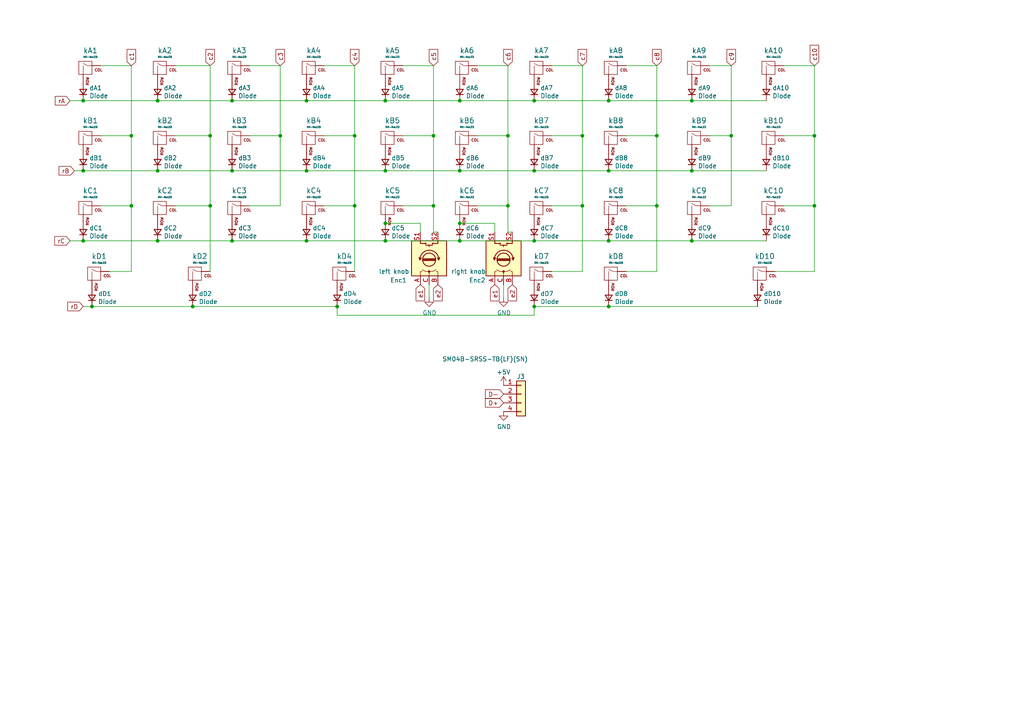
<source format=kicad_sch>
(kicad_sch (version 20230121) (generator eeschema)
  (paper "A4")
  (junction (at 446.405 149.86))
  (junction (at 400.685 71.12))
  (junction (at 212.09 39.37))
  (junction (at 67.31 29.21))
  (junction (at 419.735 160.02))
  (junction (at 446.405 12.7))
  (junction (at 154.94 49.53))
  (junction (at 437.515 149.86))
  (junction (at 24.13 49.53))
  (junction (at 236.22 59.69))
  (junction (at 45.72 49.53))
  (junction (at 97.79 88.9))
  (junction (at 518.795 104.14))
  (junction (at 168.91 39.37))
  (junction (at 487.045 81.28))
  (junction (at 428.625 160.02))
  (junction (at 111.76 64.77))
  (junction (at 347.345 87.63))
  (junction (at 45.72 69.85))
  (junction (at 88.9 69.85))
  (junction (at 147.32 39.37))
  (junction (at 176.53 49.53))
  (junction (at 428.625 149.86))
  (junction (at 102.87 59.69))
  (junction (at 437.515 160.02))
  (junction (at 432.435 12.7))
  (junction (at 154.94 69.85))
  (junction (at 386.715 71.12))
  (junction (at 419.735 149.86))
  (junction (at 45.72 29.21))
  (junction (at 133.35 49.53))
  (junction (at 111.76 49.53))
  (junction (at 236.22 39.37))
  (junction (at 125.73 59.69))
  (junction (at 394.335 81.28))
  (junction (at 55.88 88.9))
  (junction (at 443.865 12.7))
  (junction (at 532.765 93.98))
  (junction (at 386.715 81.28))
  (junction (at 460.375 12.7))
  (junction (at 446.405 160.02))
  (junction (at 532.765 118.11))
  (junction (at 200.66 49.53))
  (junction (at 335.915 101.6))
  (junction (at 200.66 29.21))
  (junction (at 125.73 39.37))
  (junction (at 133.35 29.21))
  (junction (at 321.945 90.17))
  (junction (at 60.96 59.69))
  (junction (at 24.13 29.21))
  (junction (at 390.525 149.86))
  (junction (at 88.9 29.21))
  (junction (at 451.485 12.7))
  (junction (at 24.13 69.85))
  (junction (at 67.31 69.85))
  (junction (at 133.35 64.77))
  (junction (at 111.76 69.85))
  (junction (at 390.525 160.02))
  (junction (at 168.91 59.69))
  (junction (at 448.945 12.7))
  (junction (at 88.9 49.53))
  (junction (at 154.94 88.9))
  (junction (at 38.1 39.37))
  (junction (at 441.325 12.7))
  (junction (at 344.17 146.685))
  (junction (at 190.5 39.37))
  (junction (at 81.28 39.37))
  (junction (at 26.67 88.9))
  (junction (at 102.87 39.37))
  (junction (at 200.66 69.85))
  (junction (at 67.31 49.53))
  (junction (at 344.17 159.385))
  (junction (at 410.845 149.86))
  (junction (at 176.53 88.9))
  (junction (at 60.96 39.37))
  (junction (at 133.35 69.85))
  (junction (at 410.845 160.02))
  (junction (at 147.32 59.69))
  (junction (at 443.865 119.38))
  (junction (at 328.93 147.32))
  (junction (at 154.94 29.21))
  (junction (at 321.945 87.63))
  (junction (at 190.5 59.69))
  (junction (at 176.53 29.21))
  (junction (at 38.1 59.69))
  (junction (at 176.53 69.85))
  (junction (at 111.76 29.21))
  (no_connect (at 471.805 60.96))
  (no_connect (at 415.925 95.25))
  (no_connect (at 415.925 92.71))
  (no_connect (at 471.805 78.74))
  (no_connect (at 471.805 93.98))
  (no_connect (at -24.13 93.98))
  (no_connect (at 471.805 58.42))
  (wire (pts (xy 353.06 149.225) (xy 351.79 149.225)))
  (wire (pts (xy 419.735 160.02) (xy 428.625 160.02)))
  (wire (pts (xy 81.28 39.37) (xy 81.28 59.69)))
  (wire (pts (xy 321.945 90.17) (xy 328.295 90.17)))
  (wire (pts (xy 45.72 29.21) (xy 67.31 29.21)))
  (polyline (pts (xy 568.325 133.35) (xy 568.325 78.74)))
  (wire (pts (xy 471.805 71.12) (xy 481.33 71.12)))
  (wire (pts (xy 121.92 64.77) (xy 121.92 67.31)))
  (wire (pts (xy 471.805 104.14) (xy 481.33 104.14)))
  (wire (pts (xy 371.475 158.75) (xy 371.475 161.29)))
  (wire (pts (xy 464.185 15.24) (xy 464.185 12.7)))
  (wire (pts (xy 382.905 78.74) (xy 386.715 81.28)))
  (wire (pts (xy 335.28 135.255) (xy 344.17 135.255)))
  (wire (pts (xy 31.75 78.74) (xy 38.1 78.74)))
  (wire (pts (xy 399.415 158.75) (xy 399.415 160.02)))
  (wire (pts (xy 328.93 137.16) (xy 328.93 138.43)))
  (wire (pts (xy 38.1 19.05) (xy 38.1 39.37)))
  (wire (pts (xy 45.72 69.85) (xy 67.31 69.85)))
  (wire (pts (xy 205.74 39.37) (xy 212.09 39.37)))
  (wire (pts (xy 181.61 78.74) (xy 190.5 78.74)))
  (wire (pts (xy 344.17 146.685) (xy 353.06 146.685)))
  (wire (pts (xy 38.1 39.37) (xy 38.1 59.69)))
  (wire (pts (xy 556.895 101.6) (xy 545.465 101.6)))
  (wire (pts (xy 471.805 101.6) (xy 481.33 101.6)))
  (wire (pts (xy 518.795 102.87) (xy 518.795 104.14)))
  (wire (pts (xy 443.865 116.84) (xy 443.865 119.38)))
  (wire (pts (xy 487.045 72.39) (xy 488.95 72.39)))
  (wire (pts (xy 111.76 29.21) (xy 133.35 29.21)))
  (wire (pts (xy 471.805 50.8) (xy 481.33 50.8)))
  (wire (pts (xy 133.35 49.53) (xy 154.94 49.53)))
  (wire (pts (xy 390.525 148.59) (xy 390.525 149.86)))
  (wire (pts (xy 168.91 19.05) (xy 168.91 39.37)))
  (wire (pts (xy 147.32 59.69) (xy 147.32 67.31)))
  (wire (pts (xy 455.295 151.13) (xy 455.295 149.86)))
  (wire (pts (xy 20.32 69.85) (xy 24.13 69.85)))
  (wire (pts (xy 111.76 64.77) (xy 121.92 64.77)))
  (wire (pts (xy 176.53 49.53) (xy 200.66 49.53)))
  (wire (pts (xy 535.305 116.84) (xy 535.305 118.11)))
  (wire (pts (xy 154.94 49.53) (xy 176.53 49.53)))
  (wire (pts (xy 414.655 119.38) (xy 443.865 119.38)))
  (wire (pts (xy 427.355 12.7) (xy 432.435 12.7)))
  (wire (pts (xy 410.845 149.86) (xy 419.735 149.86)))
  (wire (pts (xy 154.94 29.21) (xy 176.53 29.21)))
  (wire (pts (xy 50.8 19.05) (xy 60.96 19.05)))
  (wire (pts (xy 67.31 29.21) (xy 88.9 29.21)))
  (wire (pts (xy 55.88 88.9) (xy 97.79 88.9)))
  (polyline (pts (xy 493.395 -5.08) (xy 375.285 -5.08)))
  (wire (pts (xy 154.94 88.9) (xy 176.53 88.9)))
  (wire (pts (xy 487.045 89.535) (xy 487.045 90.805)))
  (wire (pts (xy 471.805 96.52) (xy 478.79 96.52)))
  (wire (pts (xy 313.69 134.62) (xy 313.69 143.51)))
  (wire (pts (xy 471.805 45.72) (xy 481.33 45.72)))
  (wire (pts (xy 446.405 149.86) (xy 455.295 149.86)))
  (wire (pts (xy 386.715 72.39) (xy 386.715 71.12)))
  (wire (pts (xy 414.655 102.87) (xy 415.925 102.87)))
  (wire (pts (xy 400.685 71.12) (xy 400.685 72.39)))
  (wire (pts (xy 111.76 49.53) (xy 133.35 49.53)))
  (wire (pts (xy 400.685 40.64) (xy 415.925 40.64)))
  (wire (pts (xy 328.93 147.32) (xy 328.93 148.59)))
  (wire (pts (xy 446.405 149.86) (xy 446.405 151.13)))
  (wire (pts (xy 471.805 33.02) (xy 481.33 33.02)))
  (wire (pts (xy 390.525 158.75) (xy 390.525 160.02)))
  (wire (pts (xy 410.845 149.86) (xy 410.845 151.13)))
  (wire (pts (xy 432.435 12.7) (xy 434.975 12.7)))
  (wire (pts (xy 227.33 59.69) (xy 236.22 59.69)))
  (wire (pts (xy 471.805 35.56) (xy 481.33 35.56)))
  (wire (pts (xy 410.845 158.75) (xy 410.845 160.02)))
  (wire (pts (xy 471.805 55.88) (xy 481.33 55.88)))
  (wire (pts (xy 328.93 158.75) (xy 328.93 161.29)))
  (wire (pts (xy 386.715 63.5) (xy 415.925 63.5)))
  (wire (pts (xy 335.915 97.79) (xy 335.915 101.6)))
  (wire (pts (xy 200.66 29.21) (xy 222.25 29.21)))
  (wire (pts (xy 400.685 55.88) (xy 405.765 55.88)))
  (polyline (pts (xy 306.705 125.73) (xy 306.705 168.91)))
  (wire (pts (xy 344.17 135.255) (xy 344.17 137.795)))
  (wire (pts (xy 434.975 15.24) (xy 434.975 12.7)))
  (wire (pts (xy 224.79 78.74) (xy 236.22 78.74)))
  (wire (pts (xy 532.765 92.71) (xy 532.765 93.98)))
  (wire (pts (xy 394.335 81.28) (xy 394.335 82.55)))
  (wire (pts (xy 390.525 149.86) (xy 390.525 151.13)))
  (wire (pts (xy 111.76 69.85) (xy 133.35 69.85)))
  (wire (pts (xy 471.805 43.18) (xy 481.33 43.18)))
  (wire (pts (xy 471.805 68.58) (xy 481.33 68.58)))
  (wire (pts (xy 413.385 68.58) (xy 415.925 68.58)))
  (wire (pts (xy 160.02 39.37) (xy 168.91 39.37)))
  (wire (pts (xy 45.72 49.53) (xy 67.31 49.53)))
  (wire (pts (xy 460.375 12.7) (xy 460.375 15.24)))
  (wire (pts (xy 471.805 81.28) (xy 487.045 81.28)))
  (wire (pts (xy 400.685 38.1) (xy 415.925 38.1)))
  (wire (pts (xy 147.32 39.37) (xy 147.32 59.69)))
  (wire (pts (xy 471.805 48.26) (xy 481.33 48.26)))
  (wire (pts (xy 437.515 160.02) (xy 446.405 160.02)))
  (wire (pts (xy 471.805 73.66) (xy 480.695 73.66)))
  (wire (pts (xy 181.61 19.05) (xy 190.5 19.05)))
  (wire (pts (xy 125.73 67.31) (xy 127 67.31)))
  (wire (pts (xy 398.145 71.12) (xy 400.685 71.12)))
  (wire (pts (xy 443.865 12.7) (xy 443.865 15.24)))
  (wire (pts (xy 441.325 11.43) (xy 441.325 12.7)))
  (wire (pts (xy 386.715 71.12) (xy 386.715 63.5)))
  (wire (pts (xy 446.405 160.02) (xy 455.295 160.02)))
  (wire (pts (xy 320.04 147.32) (xy 328.93 147.32)))
  (polyline (pts (xy 361.315 168.91) (xy 361.315 125.73)))
  (wire (pts (xy 407.67 81.28) (xy 415.925 81.28)))
  (wire (pts (xy 347.345 83.82) (xy 347.345 87.63)))
  (wire (pts (xy 428.625 158.75) (xy 428.625 160.02)))
  (wire (pts (xy 487.045 81.28) (xy 487.045 81.915)))
  (wire (pts (xy 168.91 59.69) (xy 168.91 78.74)))
  (wire (pts (xy 471.805 109.22) (xy 481.33 109.22)))
  (wire (pts (xy 443.865 12.7) (xy 446.405 12.7)))
  (wire (pts (xy 344.17 158.115) (xy 344.17 159.385)))
  (wire (pts (xy 518.795 93.98) (xy 532.765 93.98)))
  (polyline (pts (xy 370.205 71.12) (xy 370.205 118.11)))
  (wire (pts (xy 413.385 58.42) (xy 415.925 58.42)))
  (wire (pts (xy 321.945 90.17) (xy 321.945 92.71)))
  (wire (pts (xy 399.415 151.13) (xy 399.415 149.86)))
  (wire (pts (xy 176.53 88.9) (xy 219.71 88.9)))
  (wire (pts (xy 518.795 95.25) (xy 518.795 93.98)))
  (wire (pts (xy 138.43 59.69) (xy 147.32 59.69)))
  (wire (pts (xy 72.39 59.69) (xy 81.28 59.69)))
  (wire (pts (xy 181.61 59.69) (xy 190.5 59.69)))
  (wire (pts (xy 143.51 64.77) (xy 143.51 67.31)))
  (wire (pts (xy 556.895 104.14) (xy 545.465 104.14)))
  (polyline (pts (xy 306.705 168.91) (xy 361.315 168.91)))
  (wire (pts (xy 471.805 40.64) (xy 481.33 40.64)))
  (wire (pts (xy 471.805 106.68) (xy 481.33 106.68)))
  (wire (pts (xy 313.69 160.02) (xy 313.69 161.29)))
  (wire (pts (xy 160.02 59.69) (xy 168.91 59.69)))
  (wire (pts (xy 394.335 76.2) (xy 394.335 81.28)))
  (wire (pts (xy 471.805 38.1) (xy 481.33 38.1)))
  (wire (pts (xy 386.715 71.12) (xy 390.525 71.12)))
  (wire (pts (xy 400.685 81.28) (xy 400.685 80.01)))
  (wire (pts (xy 93.98 39.37) (xy 102.87 39.37)))
  (wire (pts (xy 454.025 15.24) (xy 454.025 12.7)))
  (wire (pts (xy 400.685 43.18) (xy 415.925 43.18)))
  (wire (pts (xy 313.69 151.13) (xy 313.69 152.4)))
  (wire (pts (xy 29.21 59.69) (xy 38.1 59.69)))
  (wire (pts (xy 124.46 82.55) (xy 124.46 86.36)))
  (wire (pts (xy 343.535 87.63) (xy 347.345 87.63)))
  (wire (pts (xy 125.73 19.05) (xy 125.73 39.37)))
  (wire (pts (xy 386.715 80.01) (xy 386.715 81.28)))
  (wire (pts (xy 448.945 12.7) (xy 451.485 12.7)))
  (wire (pts (xy 488.95 72.39) (xy 488.95 71.12)))
  (wire (pts (xy 432.435 11.43) (xy 432.435 12.7)))
  (wire (pts (xy 133.35 69.85) (xy 154.94 69.85)))
  (polyline (pts (xy 366.395 140.97) (xy 461.645 140.97)))
  (wire (pts (xy 400.685 58.42) (xy 405.765 58.42)))
  (wire (pts (xy 29.21 39.37) (xy 38.1 39.37)))
  (wire (pts (xy 414.655 102.87) (xy 414.655 119.38)))
  (wire (pts (xy 386.715 81.28) (xy 394.335 81.28)))
  (wire (pts (xy 351.79 159.385) (xy 344.17 159.385)))
  (wire (pts (xy 437.515 158.75) (xy 437.515 160.02)))
  (wire (pts (xy 347.345 87.63) (xy 347.345 92.71)))
  (wire (pts (xy 423.545 11.43) (xy 423.545 15.24)))
  (wire (pts (xy 400.685 45.72) (xy 415.925 45.72)))
  (wire (pts (xy 88.9 69.85) (xy 111.76 69.85)))
  (wire (pts (xy 394.335 66.04) (xy 394.335 64.77)))
  (wire (pts (xy 133.35 64.77) (xy 143.51 64.77)))
  (wire (pts (xy 390.525 160.02) (xy 390.525 161.29)))
  (wire (pts (xy 138.43 19.05) (xy 147.32 19.05)))
  (wire (pts (xy 556.895 111.76) (xy 545.465 111.76)))
  (wire (pts (xy 20.32 29.21) (xy 24.13 29.21)))
  (wire (pts (xy 60.96 39.37) (xy 60.96 59.69)))
  (polyline (pts (xy 306.705 71.12) (xy 370.205 71.12)))
  (wire (pts (xy 405.765 68.58) (xy 400.685 68.58)))
  (wire (pts (xy 428.625 149.86) (xy 437.515 149.86)))
  (wire (pts (xy 471.805 86.36) (xy 480.695 86.36)))
  (wire (pts (xy 351.79 149.225) (xy 351.79 159.385)))
  (wire (pts (xy 67.31 49.53) (xy 88.9 49.53)))
  (wire (pts (xy 227.33 19.05) (xy 236.22 19.05)))
  (wire (pts (xy 38.1 59.69) (xy 38.1 78.74)))
  (wire (pts (xy 441.325 12.7) (xy 443.865 12.7)))
  (polyline (pts (xy 498.475 78.74) (xy 498.475 133.35)))
  (wire (pts (xy 347.345 100.33) (xy 347.345 101.6)))
  (wire (pts (xy 419.735 158.75) (xy 419.735 160.02)))
  (wire (pts (xy 50.8 59.69) (xy 60.96 59.69)))
  (wire (pts (xy 390.525 149.86) (xy 399.415 149.86)))
  (wire (pts (xy 212.09 39.37) (xy 212.09 19.05)))
  (polyline (pts (xy 498.475 133.35) (xy 568.325 133.35)))
  (wire (pts (xy 451.485 12.7) (xy 454.025 12.7)))
  (wire (pts (xy 102.87 39.37) (xy 102.87 59.69)))
  (wire (pts (xy 394.335 64.77) (xy 382.905 64.77)))
  (wire (pts (xy 102.87 19.05) (xy 102.87 39.37)))
  (wire (pts (xy 205.74 59.69) (xy 212.09 59.69)))
  (wire (pts (xy 328.93 146.05) (xy 328.93 147.32)))
  (polyline (pts (xy 370.205 118.11) (xy 306.705 118.11)))
  (wire (pts (xy 400.685 34.29) (xy 415.925 34.29)))
  (wire (pts (xy 321.945 87.63) (xy 328.295 87.63)))
  (wire (pts (xy 93.98 19.05) (xy 102.87 19.05)))
  (wire (pts (xy 487.045 80.645) (xy 487.045 81.28)))
  (wire (pts (xy 236.22 39.37) (xy 236.22 59.69)))
  (wire (pts (xy 60.96 19.05) (xy 60.96 39.37)))
  (wire (pts (xy 321.945 101.6) (xy 335.915 101.6)))
  (wire (pts (xy 190.5 19.05) (xy 190.5 39.37)))
  (wire (pts (xy 93.98 59.69) (xy 102.87 59.69)))
  (wire (pts (xy 125.73 39.37) (xy 125.73 59.69)))
  (wire (pts (xy 471.805 83.82) (xy 480.695 83.82)))
  (wire (pts (xy 81.28 19.05) (xy 81.28 39.37)))
  (wire (pts (xy 471.805 91.44) (xy 480.695 91.44)))
  (wire (pts (xy 72.39 39.37) (xy 81.28 39.37)))
  (wire (pts (xy 97.79 88.9) (xy 97.79 91.44)))
  (wire (pts (xy 321.945 87.63) (xy 321.945 90.17)))
  (wire (pts (xy 437.515 149.86) (xy 437.515 151.13)))
  (wire (pts (xy 116.84 19.05) (xy 125.73 19.05)))
  (wire (pts (xy 556.895 109.22) (xy 545.465 109.22)))
  (wire (pts (xy 382.905 64.77) (xy 382.905 78.74)))
  (wire (pts (xy 176.53 69.85) (xy 200.66 69.85)))
  (polyline (pts (xy 375.285 133.35) (xy 493.395 133.35)))
  (wire (pts (xy 50.8 39.37) (xy 60.96 39.37)))
  (wire (pts (xy 116.84 39.37) (xy 125.73 39.37)))
  (wire (pts (xy 344.17 145.415) (xy 344.17 146.685)))
  (wire (pts (xy 205.74 19.05) (xy 212.09 19.05)))
  (wire (pts (xy 236.22 19.05) (xy 236.22 39.37)))
  (polyline (pts (xy 306.705 118.11) (xy 306.705 71.12)))
  (wire (pts (xy 29.21 19.05) (xy 38.1 19.05)))
  (wire (pts (xy 88.9 29.21) (xy 111.76 29.21)))
  (wire (pts (xy 88.9 49.53) (xy 111.76 49.53)))
  (wire (pts (xy 125.73 59.69) (xy 125.73 67.31)))
  (wire (pts (xy 410.845 160.02) (xy 410.845 161.29)))
  (polyline (pts (xy 568.325 78.74) (xy 498.475 78.74)))
  (wire (pts (xy 176.53 29.21) (xy 200.66 29.21)))
  (wire (pts (xy 507.365 104.14) (xy 518.795 104.14)))
  (wire (pts (xy 448.945 12.7) (xy 448.945 15.24)))
  (wire (pts (xy 460.375 11.43) (xy 460.375 12.7)))
  (wire (pts (xy 380.365 148.59) (xy 380.365 151.13)))
  (wire (pts (xy 116.84 59.69) (xy 125.73 59.69)))
  (wire (pts (xy 428.625 160.02) (xy 437.515 160.02)))
  (polyline (pts (xy 366.395 140.97) (xy 366.395 168.91)))
  (wire (pts (xy 133.35 29.21) (xy 154.94 29.21)))
  (wire (pts (xy 147.32 19.05) (xy 147.32 39.37)))
  (wire (pts (xy 371.475 148.59) (xy 371.475 151.13)))
  (polyline (pts (xy 493.395 133.35) (xy 493.395 -5.08)))
  (wire (pts (xy 190.5 39.37) (xy 190.5 59.69)))
  (wire (pts (xy 427.355 15.24) (xy 427.355 12.7)))
  (wire (pts (xy 451.485 12.7) (xy 451.485 15.24)))
  (wire (pts (xy 446.405 12.7) (xy 448.945 12.7)))
  (wire (pts (xy 24.13 49.53) (xy 45.72 49.53)))
  (wire (pts (xy 443.865 119.38) (xy 443.865 120.65)))
  (wire (pts (xy 344.17 159.385) (xy 344.17 160.655)))
  (wire (pts (xy 160.02 19.05) (xy 168.91 19.05)))
  (wire (pts (xy 419.735 149.86) (xy 419.735 151.13)))
  (wire (pts (xy 227.33 39.37) (xy 236.22 39.37)))
  (wire (pts (xy 60.96 59.69) (xy 60.96 78.74)))
  (wire (pts (xy 471.805 76.2) (xy 480.695 76.2)))
  (wire (pts (xy 236.22 59.69) (xy 236.22 78.74)))
  (wire (pts (xy 67.31 69.85) (xy 88.9 69.85)))
  (wire (pts (xy 200.66 69.85) (xy 222.25 69.85)))
  (wire (pts (xy 212.09 59.69) (xy 212.09 39.37)))
  (wire (pts (xy 471.805 53.34) (xy 481.33 53.34)))
  (wire (pts (xy 532.765 116.84) (xy 532.765 118.11)))
  (wire (pts (xy 24.13 69.85) (xy 45.72 69.85)))
  (wire (pts (xy 154.94 69.85) (xy 176.53 69.85)))
  (wire (pts (xy 487.045 72.39) (xy 487.045 73.025)))
  (wire (pts (xy 419.735 149.86) (xy 428.625 149.86)))
  (wire (pts (xy 380.365 158.75) (xy 380.365 161.29)))
  (wire (pts (xy 432.435 12.7) (xy 432.435 15.24)))
  (wire (pts (xy 437.515 149.86) (xy 446.405 149.86)))
  (wire (pts (xy 410.845 148.59) (xy 410.845 149.86)))
  (wire (pts (xy 190.5 59.69) (xy 190.5 78.74)))
  (wire (pts (xy 446.405 158.75) (xy 446.405 160.02)))
  (wire (pts (xy 146.05 82.55) (xy 146.05 86.36)))
  (polyline (pts (xy 306.705 125.73) (xy 361.315 125.73)))
  (wire (pts (xy 26.67 88.9) (xy 55.88 88.9)))
  (wire (pts (xy 532.765 93.98) (xy 532.765 96.52)))
  (wire (pts (xy 446.405 12.7) (xy 446.405 15.24)))
  (wire (pts (xy 400.685 68.58) (xy 400.685 71.12)))
  (polyline (pts (xy 461.645 168.91) (xy 461.645 140.97)))
  (wire (pts (xy 147.32 67.31) (xy 148.59 67.31)))
  (wire (pts (xy 441.325 12.7) (xy 441.325 15.24)))
  (wire (pts (xy 390.525 160.02) (xy 399.415 160.02)))
  (wire (pts (xy 72.39 19.05) (xy 81.28 19.05)))
  (wire (pts (xy 97.79 91.44) (xy 154.94 91.44)))
  (wire (pts (xy 321.945 83.82) (xy 321.945 87.63)))
  (wire (pts (xy 344.17 146.685) (xy 344.17 147.955)))
  (wire (pts (xy 335.915 101.6) (xy 347.345 101.6)))
  (wire (pts (xy 21.59 49.53) (xy 24.13 49.53)))
  (wire (pts (xy 138.43 39.37) (xy 147.32 39.37)))
  (wire (pts (xy 200.66 49.53) (xy 222.25 49.53)))
  (wire (pts (xy 532.765 118.11) (xy 535.305 118.11)))
  (wire (pts (xy 518.795 104.14) (xy 520.065 104.14)))
  (wire (pts (xy 394.335 81.28) (xy 400.685 81.28)))
  (wire (pts (xy 460.375 12.7) (xy 464.185 12.7)))
  (wire (pts (xy 154.94 91.44) (xy 154.94 88.9)))
  (wire (pts (xy 24.13 29.21) (xy 45.72 29.21)))
  (wire (pts (xy 335.915 101.6) (xy 335.915 102.87)))
  (wire (pts (xy 532.765 118.11) (xy 532.765 119.38)))
  (wire (pts (xy 410.845 160.02) (xy 419.735 160.02)))
  (wire (pts (xy 400.685 49.53) (xy 415.925 49.53)))
  (polyline (pts (xy 366.395 168.91) (xy 461.645 168.91)))
  (wire (pts (xy 321.945 100.33) (xy 321.945 101.6)))
  (wire (pts (xy 160.02 78.74) (xy 168.91 78.74)))
  (wire (pts (xy 181.61 39.37) (xy 190.5 39.37)))
  (wire (pts (xy 24.13 88.9) (xy 26.67 88.9)))
  (wire (pts (xy 507.365 109.22) (xy 520.065 109.22)))
  (wire (pts (xy 428.625 149.86) (xy 428.625 151.13)))
  (wire (pts (xy 471.805 63.5) (xy 481.33 63.5)))
  (polyline (pts (xy 375.285 -5.08) (xy 375.285 133.35)))
  (wire (pts (xy 455.295 158.75) (xy 455.295 160.02)))
  (wire (pts (xy 102.87 59.69) (xy 102.87 78.74)))
  (wire (pts (xy 471.805 88.9) (xy 480.695 88.9)))
  (wire (pts (xy 471.805 66.04) (xy 481.33 66.04)))
  (wire (pts (xy 168.91 39.37) (xy 168.91 59.69)))
  (wire (pts (xy 413.385 55.88) (xy 415.925 55.88)))
  (text "Voltage regulation" (at 306.705 71.12 0) (effects (font (size 1.778 1.778) (thickness 0.3556) bold) (justify left bottom)))
  (text "Decoupling" (at 366.395 140.97 0) (effects (font (size 1.778 1.778) (thickness 0.3556) bold) (justify left bottom)))
  (text "Flash memory" (at 498.475 78.74 0) (effects (font (size 1.778 1.778) (thickness 0.3556) bold) (justify left bottom)))
  (text "MCU" (at 375.285 -5.08 0) (effects (font (size 1.778 1.778) (thickness 0.3556) bold) (justify left bottom)))
  (text "Indicator & buttons" (at 306.705 125.73 0) (effects (font (size 1.778 1.778) (thickness 0.3556) bold) (justify left bottom)))
  (label "QSPI_D2" (at 400.685 43.18 0))
  (label "D-" (at 400.685 58.42 0))
  (label "QSPI_~{CS}" (at 335.28 135.255 0))
  (label "QSPI_SCLK" (at 507.365 109.22 0))
  (label "LED" (at 480.695 76.2 180))
  (label "MISO" (at 480.695 83.82 180))
  (label "~{RESET}" (at 320.04 147.32 0))
  (label "QSPI_~{CS}" (at 400.685 34.29 0))
  (label "SCLK" (at 480.695 88.9 180))
  (label "QSPI_D3" (at 556.895 111.76 180))
  (label "QSPI_D0" (at 556.895 101.6 180))
  (label "QSPI_D3" (at 400.685 45.72 0))
  (label "D14" (at 480.695 68.58 180))
  (label "QSPI_D1" (at 400.685 40.64 0))
  (label "QSPI_D1" (at 556.895 104.14 180))
  (label "QSPI_D2" (at 556.895 109.22 180))
  (label "QSPI_~{CS}" (at 507.365 104.14 0))
  (label "MOSI" (at 480.695 91.44 180))
  (label "VBUS_DET" (at 484.505 81.28 180))
  (label "~{RESET}" (at 407.67 81.28 0))
  (label "D21" (at 480.695 86.36 180))
  (label "QSPI_D0" (at 400.685 38.1 0))
  (label "LED" (at 313.69 134.62 270))
  (label "D16" (at 480.695 73.66 180))
  (label "D+" (at 400.685 55.88 0))
  (label "QSPI_SCLK" (at 400.685 49.53 0))
  (global_label "rC" (shape input) (at 20.32 69.85 180) (property "Intersheetrefs" "${INTERSHEET_REFS}" (effects hide)))
  (global_label "c4" (shape input) (at 481.33 106.68 0) (property "Intersheetrefs" "${INTERSHEET_REFS}" (effects hide)))
  (global_label "e2" (shape input) (at 148.59 82.55 270) (property "Intersheetrefs" "${INTERSHEET_REFS}" (effects hide)))
  (global_label "c3" (shape input) (at 81.28 19.05 90) (property "Intersheetrefs" "${INTERSHEET_REFS}" (effects hide)))
  (global_label "c9" (shape input) (at 481.33 38.1 0) (property "Intersheetrefs" "${INTERSHEET_REFS}" (effects hide)))
  (global_label "c4" (shape input) (at 102.87 19.05 90) (property "Intersheetrefs" "${INTERSHEET_REFS}" (effects hide)))
  (global_label "c7" (shape input) (at 168.91 19.05 90) (property "Intersheetrefs" "${INTERSHEET_REFS}" (effects hide)))
  (global_label "e1" (shape input) (at 121.92 82.55 270) (property "Intersheetrefs" "${INTERSHEET_REFS}" (effects hide)))
  (global_label "D-" (shape input) (at 146.05 114.3 180) (property "Intersheetrefs" "${INTERSHEET_REFS}" (effects hide)))
  (global_label "rD" (shape input) (at 24.13 88.9 180) (property "Intersheetrefs" "${INTERSHEET_REFS}" (effects hide)))
  (global_label "rB" (shape input) (at 21.59 49.53 180) (property "Intersheetrefs" "${INTERSHEET_REFS}" (effects hide)))
  (global_label "c5" (shape input) (at 125.73 19.05 90) (property "Intersheetrefs" "${INTERSHEET_REFS}" (effects hide)))
  (global_label "c1" (shape input) (at 478.79 96.52 0) (property "Intersheetrefs" "${INTERSHEET_REFS}" (effects hide)))
  (global_label "c5" (shape input) (at 481.33 109.22 0) (property "Intersheetrefs" "${INTERSHEET_REFS}" (effects hide)))
  (global_label "c7" (shape input) (at 481.33 33.02 0) (property "Intersheetrefs" "${INTERSHEET_REFS}" (effects hide)))
  (global_label "rA" (shape input) (at 20.32 29.21 180) (property "Intersheetrefs" "${INTERSHEET_REFS}" (effects hide)))
  (global_label "c2" (shape input) (at 60.96 19.05 90) (property "Intersheetrefs" "${INTERSHEET_REFS}" (effects hide)))
  (global_label "rD" (shape input) (at 481.33 50.8 0) (property "Intersheetrefs" "${INTERSHEET_REFS}" (effects hide)))
  (global_label "c8" (shape input) (at 481.33 35.56 0) (property "Intersheetrefs" "${INTERSHEET_REFS}" (effects hide)))
  (global_label "c9" (shape input) (at 212.09 19.05 90) (property "Intersheetrefs" "${INTERSHEET_REFS}" (effects hide)))
  (global_label "c6" (shape input) (at 481.33 55.88 0) (property "Intersheetrefs" "${INTERSHEET_REFS}" (effects hide)))
  (global_label "e2" (shape input) (at 481.33 71.12 0) (property "Intersheetrefs" "${INTERSHEET_REFS}" (effects hide)))
  (global_label "c3" (shape input) (at 481.33 104.14 0) (property "Intersheetrefs" "${INTERSHEET_REFS}" (effects hide)))
  (global_label "c10" (shape input) (at 236.22 19.05 90) (property "Intersheetrefs" "${INTERSHEET_REFS}" (effects hide)))
  (global_label "rA" (shape input) (at 481.33 45.72 0) (property "Intersheetrefs" "${INTERSHEET_REFS}" (effects hide)))
  (global_label "e2" (shape input) (at 127 82.55 270) (property "Intersheetrefs" "${INTERSHEET_REFS}" (effects hide)))
  (global_label "c8" (shape input) (at 190.5 19.05 90) (property "Intersheetrefs" "${INTERSHEET_REFS}" (effects hide)))
  (global_label "c6" (shape input) (at 147.32 19.05 90) (property "Intersheetrefs" "${INTERSHEET_REFS}" (effects hide)))
  (global_label "c10" (shape input) (at 481.33 40.64 0) (property "Intersheetrefs" "${INTERSHEET_REFS}" (effects hide)))
  (global_label "rB" (shape input) (at 481.33 43.18 0) (property "Intersheetrefs" "${INTERSHEET_REFS}" (effects hide)))
  (global_label "e1" (shape input) (at 481.33 66.04 0) (property "Intersheetrefs" "${INTERSHEET_REFS}" (effects hide)))
  (global_label "D+" (shape input) (at 146.05 116.84 180) (property "Intersheetrefs" "${INTERSHEET_REFS}" (effects hide)))
  (global_label "c1" (shape input) (at 38.1 19.05 90) (property "Intersheetrefs" "${INTERSHEET_REFS}" (effects hide)))
  (global_label "rC" (shape input) (at 481.33 63.5 0) (property "Intersheetrefs" "${INTERSHEET_REFS}" (effects hide)))
  (global_label "c2" (shape input) (at 481.33 101.6 0) (property "Intersheetrefs" "${INTERSHEET_REFS}" (effects hide)))
  (global_label "e1" (shape input) (at 143.51 82.55 270) (property "Intersheetrefs" "${INTERSHEET_REFS}" (effects hide)))
  (symbol (lib_id "MX_Alps_Hybrid:MX-NoLED") (at 25.4 20.32 0) (unit 1)
    (property "Reference" "kA1" (at 26.2382 14.6558 0) (effects (font (size 1.524 1.524))))
    (property "Value" "MX-NoLED" (at 26.2382 16.5354 0) (effects (font (size 0.508 0.508))))
    (property "Footprint" "MX_Only:MXOnly-1U-NoLED" (effects hide))
  )
  (symbol (lib_id "MX_Alps_Hybrid:MX-NoLED") (at 46.99 20.32 0) (unit 1)
    (property "Reference" "kA2" (at 47.8282 14.6558 0) (effects (font (size 1.524 1.524))))
    (property "Value" "MX-NoLED" (at 47.8282 16.5354 0) (effects (font (size 0.508 0.508))))
    (property "Footprint" "MX_Only:MXOnly-1U-NoLED" (effects hide))
  )
  (symbol (lib_id "MX_Alps_Hybrid:MX-NoLED") (at 68.58 20.32 0) (unit 1)
    (property "Reference" "kA3" (at 69.4182 14.6558 0) (effects (font (size 1.524 1.524))))
    (property "Value" "MX-NoLED" (at 69.4182 16.5354 0) (effects (font (size 0.508 0.508))))
    (property "Footprint" "MX_Only:MXOnly-1U-NoLED" (effects hide))
  )
  (symbol (lib_id "MX_Alps_Hybrid:MX-NoLED") (at 90.17 20.32 0) (unit 1)
    (property "Reference" "kA4" (at 91.0082 14.6558 0) (effects (font (size 1.524 1.524))))
    (property "Value" "MX-NoLED" (at 91.0082 16.5354 0) (effects (font (size 0.508 0.508))))
    (property "Footprint" "MX_Only:MXOnly-1U-NoLED" (effects hide))
  )
  (symbol (lib_id "MX_Alps_Hybrid:MX-NoLED") (at 113.03 20.32 0) (unit 1)
    (property "Reference" "kA5" (at 113.8682 14.6558 0) (effects (font (size 1.524 1.524))))
    (property "Value" "MX-NoLED" (at 113.8682 16.5354 0) (effects (font (size 0.508 0.508))))
    (property "Footprint" "MX_Only:MXOnly-1U-NoLED" (effects hide))
  )
  (symbol (lib_id "MX_Alps_Hybrid:MX-NoLED") (at 134.62 20.32 0) (unit 1)
    (property "Reference" "kA6" (at 135.4582 14.6558 0) (effects (font (size 1.524 1.524))))
    (property "Value" "MX-NoLED" (at 135.4582 16.5354 0) (effects (font (size 0.508 0.508))))
    (property "Footprint" "MX_Only:MXOnly-1U-NoLED" (effects hide))
  )
  (symbol (lib_id "MX_Alps_Hybrid:MX-NoLED") (at 156.21 20.32 0) (unit 1)
    (property "Reference" "kA7" (at 157.0482 14.6558 0) (effects (font (size 1.524 1.524))))
    (property "Value" "MX-NoLED" (at 157.0482 16.5354 0) (effects (font (size 0.508 0.508))))
    (property "Footprint" "MX_Only:MXOnly-1U-NoLED" (effects hide))
  )
  (symbol (lib_id "MX_Alps_Hybrid:MX-NoLED") (at 177.8 20.32 0) (unit 1)
    (property "Reference" "kA8" (at 178.6382 14.6558 0) (effects (font (size 1.524 1.524))))
    (property "Value" "MX-NoLED" (at 178.6382 16.5354 0) (effects (font (size 0.508 0.508))))
    (property "Footprint" "MX_Only:MXOnly-1U-NoLED" (effects hide))
  )
  (symbol (lib_id "MX_Alps_Hybrid:MX-NoLED") (at 201.93 20.32 0) (unit 1)
    (property "Reference" "kA9" (at 202.7682 14.6558 0) (effects (font (size 1.524 1.524))))
    (property "Value" "MX-NoLED" (at 202.7682 16.5354 0) (effects (font (size 0.508 0.508))))
    (property "Footprint" "MX_Only:MXOnly-1U-NoLED" (effects hide))
  )
  (symbol (lib_id "MX_Alps_Hybrid:MX-NoLED") (at 223.52 20.32 0) (unit 1)
    (property "Reference" "kA10" (at 224.3582 14.6558 0) (effects (font (size 1.524 1.524))))
    (property "Value" "MX-NoLED" (at 224.3582 16.5354 0) (effects (font (size 0.508 0.508))))
    (property "Footprint" "MX_Only:MXOnly-1U-NoLED" (effects hide))
  )
  (symbol (lib_id "MX_Alps_Hybrid:MX-NoLED") (at 25.4 40.64 0) (unit 1)
    (property "Reference" "kB1" (at 26.2382 34.9758 0) (effects (font (size 1.524 1.524))))
    (property "Value" "MX-NoLED" (at 26.2382 36.8554 0) (effects (font (size 0.508 0.508))))
    (property "Footprint" "MX_Only:MXOnly-1U-NoLED" (effects hide))
  )
  (symbol (lib_id "MX_Alps_Hybrid:MX-NoLED") (at 46.99 40.64 0) (unit 1)
    (property "Reference" "kB2" (at 47.8282 34.9758 0) (effects (font (size 1.524 1.524))))
    (property "Value" "MX-NoLED" (at 47.8282 36.8554 0) (effects (font (size 0.508 0.508))))
    (property "Footprint" "MX_Only:MXOnly-1U-NoLED" (effects hide))
  )
  (symbol (lib_id "MX_Alps_Hybrid:MX-NoLED") (at 68.58 40.64 0) (unit 1)
    (property "Reference" "kB3" (at 69.4182 34.9758 0) (effects (font (size 1.524 1.524))))
    (property "Value" "MX-NoLED" (at 69.4182 36.8554 0) (effects (font (size 0.508 0.508))))
    (property "Footprint" "MX_Only:MXOnly-1U-NoLED" (effects hide))
  )
  (symbol (lib_id "MX_Alps_Hybrid:MX-NoLED") (at 90.17 40.64 0) (unit 1)
    (property "Reference" "kB4" (at 91.0082 34.9758 0) (effects (font (size 1.524 1.524))))
    (property "Value" "MX-NoLED" (at 91.0082 36.8554 0) (effects (font (size 0.508 0.508))))
    (property "Footprint" "MX_Only:MXOnly-1U-NoLED" (effects hide))
  )
  (symbol (lib_id "MX_Alps_Hybrid:MX-NoLED") (at 113.03 40.64 0) (unit 1)
    (property "Reference" "kB5" (at 113.8682 34.9758 0) (effects (font (size 1.524 1.524))))
    (property "Value" "MX-NoLED" (at 113.8682 36.8554 0) (effects (font (size 0.508 0.508))))
    (property "Footprint" "MX_Only:MXOnly-1U-NoLED" (effects hide))
  )
  (symbol (lib_id "MX_Alps_Hybrid:MX-NoLED") (at 134.62 40.64 0) (unit 1)
    (property "Reference" "kB6" (at 135.4582 34.9758 0) (effects (font (size 1.524 1.524))))
    (property "Value" "MX-NoLED" (at 135.4582 36.8554 0) (effects (font (size 0.508 0.508))))
    (property "Footprint" "MX_Only:MXOnly-1U-NoLED" (effects hide))
  )
  (symbol (lib_id "MX_Alps_Hybrid:MX-NoLED") (at 156.21 40.64 0) (unit 1)
    (property "Reference" "kB7" (at 157.0482 34.9758 0) (effects (font (size 1.524 1.524))))
    (property "Value" "MX-NoLED" (at 157.0482 36.8554 0) (effects (font (size 0.508 0.508))))
    (property "Footprint" "MX_Only:MXOnly-1U-NoLED" (effects hide))
  )
  (symbol (lib_id "MX_Alps_Hybrid:MX-NoLED") (at 177.8 40.64 0) (unit 1)
    (property "Reference" "kB8" (at 178.6382 34.9758 0) (effects (font (size 1.524 1.524))))
    (property "Value" "MX-NoLED" (at 178.6382 36.8554 0) (effects (font (size 0.508 0.508))))
    (property "Footprint" "MX_Only:MXOnly-1U-NoLED" (effects hide))
  )
  (symbol (lib_id "MX_Alps_Hybrid:MX-NoLED") (at 201.93 40.64 0) (unit 1)
    (property "Reference" "kB9" (at 202.7682 34.9758 0) (effects (font (size 1.524 1.524))))
    (property "Value" "MX-NoLED" (at 202.7682 36.8554 0) (effects (font (size 0.508 0.508))))
    (property "Footprint" "MX_Only:MXOnly-1U-NoLED" (effects hide))
  )
  (symbol (lib_id "MX_Alps_Hybrid:MX-NoLED") (at 223.52 40.64 0) (unit 1)
    (property "Reference" "kB10" (at 224.3582 34.9758 0) (effects (font (size 1.524 1.524))))
    (property "Value" "MX-NoLED" (at 224.3582 36.8554 0) (effects (font (size 0.508 0.508))))
    (property "Footprint" "MX_Only:MXOnly-1U-NoLED" (effects hide))
  )
  (symbol (lib_id "MX_Alps_Hybrid:MX-NoLED") (at 25.4 60.96 0) (unit 1)
    (property "Reference" "kC1" (at 26.2382 55.2958 0) (effects (font (size 1.524 1.524))))
    (property "Value" "MX-NoLED" (at 26.2382 57.1754 0) (effects (font (size 0.508 0.508))))
    (property "Footprint" "MX_Only:MXOnly-1U-NoLED" (effects hide))
  )
  (symbol (lib_id "MX_Alps_Hybrid:MX-NoLED") (at 46.99 60.96 0) (unit 1)
    (property "Reference" "kC2" (at 47.8282 55.2958 0) (effects (font (size 1.524 1.524))))
    (property "Value" "MX-NoLED" (at 47.8282 57.1754 0) (effects (font (size 0.508 0.508))))
    (property "Footprint" "MX_Only:MXOnly-1U-NoLED" (effects hide))
  )
  (symbol (lib_id "MX_Alps_Hybrid:MX-NoLED") (at 68.58 60.96 0) (unit 1)
    (property "Reference" "kC3" (at 69.4182 55.2958 0) (effects (font (size 1.524 1.524))))
    (property "Value" "MX-NoLED" (at 69.4182 57.1754 0) (effects (font (size 0.508 0.508))))
    (property "Footprint" "MX_Only:MXOnly-1U-NoLED" (effects hide))
  )
  (symbol (lib_id "MX_Alps_Hybrid:MX-NoLED") (at 90.17 60.96 0) (unit 1)
    (property "Reference" "kC4" (at 91.0082 55.2958 0) (effects (font (size 1.524 1.524))))
    (property "Value" "MX-NoLED" (at 91.0082 57.1754 0) (effects (font (size 0.508 0.508))))
    (property "Footprint" "MX_Only:MXOnly-1U-NoLED" (effects hide))
  )
  (symbol (lib_id "MX_Alps_Hybrid:MX-NoLED") (at 113.03 60.96 0) (unit 1)
    (property "Reference" "kC5" (at 113.8682 55.2958 0) (effects (font (size 1.524 1.524))))
    (property "Value" "MX-NoLED" (at 113.8682 57.1754 0) (effects (font (size 0.508 0.508))))
    (property "Footprint" "MX_Only:MXOnly-1U-NoLED" (effects hide))
  )
  (symbol (lib_id "MX_Alps_Hybrid:MX-NoLED") (at 134.62 60.96 0) (unit 1)
    (property "Reference" "kC6" (at 135.4582 55.2958 0) (effects (font (size 1.524 1.524))))
    (property "Value" "MX-NoLED" (at 135.4582 57.1754 0) (effects (font (size 0.508 0.508))))
    (property "Footprint" "MX_Only:MXOnly-1U-NoLED" (effects hide))
  )
  (symbol (lib_id "MX_Alps_Hybrid:MX-NoLED") (at 156.21 60.96 0) (unit 1)
    (property "Reference" "kC7" (at 157.0482 55.2958 0) (effects (font (size 1.524 1.524))))
    (property "Value" "MX-NoLED" (at 157.0482 57.1754 0) (effects (font (size 0.508 0.508))))
    (property "Footprint" "MX_Only:MXOnly-1U-NoLED" (effects hide))
  )
  (symbol (lib_id "MX_Alps_Hybrid:MX-NoLED") (at 177.8 60.96 0) (unit 1)
    (property "Reference" "kC8" (at 178.6382 55.2958 0) (effects (font (size 1.524 1.524))))
    (property "Value" "MX-NoLED" (at 178.6382 57.1754 0) (effects (font (size 0.508 0.508))))
    (property "Footprint" "MX_Only:MXOnly-1U-NoLED" (effects hide))
  )
  (symbol (lib_id "MX_Alps_Hybrid:MX-NoLED") (at 201.93 60.96 0) (unit 1)
    (property "Reference" "kC9" (at 202.7682 55.2958 0) (effects (font (size 1.524 1.524))))
    (property "Value" "MX-NoLED" (at 202.7682 57.1754 0) (effects (font (size 0.508 0.508))))
    (property "Footprint" "MX_Only:MXOnly-1U-NoLED" (effects hide))
  )
  (symbol (lib_id "MX_Alps_Hybrid:MX-NoLED") (at 223.52 60.96 0) (unit 1)
    (property "Reference" "kC10" (at 224.3582 55.2958 0) (effects (font (size 1.524 1.524))))
    (property "Value" "MX-NoLED" (at 224.3582 57.1754 0) (effects (font (size 0.508 0.508))))
    (property "Footprint" "MX_Only:MXOnly-1U-NoLED" (effects hide))
  )
  (symbol (lib_id "MX_Alps_Hybrid:MX-NoLED") (at 27.94 80.01 0) (unit 1)
    (property "Reference" "kD1" (at 28.7782 74.3458 0) (effects (font (size 1.524 1.524))))
    (property "Value" "MX-NoLED" (at 28.7782 76.2254 0) (effects (font (size 0.508 0.508))))
    (property "Footprint" "MX_Only:MXOnly-1U-NoLED" (effects hide))
  )
  (symbol (lib_id "MX_Alps_Hybrid:MX-NoLED") (at 57.15 80.01 0) (unit 1)
    (property "Reference" "kD2" (at 57.9882 74.3458 0) (effects (font (size 1.524 1.524))))
    (property "Value" "MX-NoLED" (at 57.9882 76.2254 0) (effects (font (size 0.508 0.508))))
    (property "Footprint" "MX_Only:MXOnly-1U-NoLED" (effects hide))
  )
  (symbol (lib_id "MX_Alps_Hybrid:MX-NoLED") (at 99.06 80.01 0) (unit 1)
    (property "Reference" "kD4" (at 99.8982 74.3458 0) (effects (font (size 1.524 1.524))))
    (property "Value" "MX-NoLED" (at 99.8982 76.2254 0) (effects (font (size 0.508 0.508))))
    (property "Footprint" "MX_Only:MXOnly-1U-NoLED" (effects hide))
  )
  (symbol (lib_id "MX_Alps_Hybrid:MX-NoLED") (at 156.21 80.01 0) (unit 1)
    (property "Reference" "kD7" (at 157.0482 74.3458 0) (effects (font (size 1.524 1.524))))
    (property "Value" "MX-NoLED" (at 157.0482 76.2254 0) (effects (font (size 0.508 0.508))))
    (property "Footprint" "MX_Only:MXOnly-1U-NoLED" (effects hide))
  )
  (symbol (lib_id "MX_Alps_Hybrid:MX-NoLED") (at 177.8 80.01 0) (unit 1)
    (property "Reference" "kD8" (at 178.6382 74.3458 0) (effects (font (size 1.524 1.524))))
    (property "Value" "MX-NoLED" (at 178.6382 76.2254 0) (effects (font (size 0.508 0.508))))
    (property "Footprint" "MX_Only:MXOnly-1U-NoLED" (effects hide))
  )
  (symbol (lib_id "MX_Alps_Hybrid:MX-NoLED") (at 220.98 80.01 0) (unit 1)
    (property "Reference" "kD10" (at 221.8182 74.3458 0) (effects (font (size 1.524 1.524))))
    (property "Value" "MX-NoLED" (at 221.8182 76.2254 0) (effects (font (size 0.508 0.508))))
    (property "Footprint" "MX_Only:MXOnly-1U-NoLED" (effects hide))
  )
  (symbol (lib_id "Device:R") (at 409.575 58.42 90) (unit 1)
    (property "Reference" "R7" (at 409.575 60.96 90))
    (property "Value" "27" (at 409.575 58.42 90))
    (property "Footprint" "Resistor_SMD:R_0402_1005Metric" (effects hide))
    (property "LCSC" "C25100" (effects hide))
  )
  (symbol (lib_id "Device:C") (at 386.715 76.2 0) (unit 1)
    (property "Reference" "C3" (at 387.985 73.66 0) (effects (justify left)))
    (property "Value" "15p" (at 387.985 78.74 0) (effects (justify left)))
    (property "Footprint" "Capacitor_SMD:C_0402_1005Metric" (effects hide))
    (property "LCSC" "C1548" (effects hide))
  )
  (symbol (lib_id "power:GND") (at 146.05 119.38 0) (unit 1)
    (property "Reference" "#PWR03" (effects hide))
    (property "Value" "GND" (at 146.177 123.7742 0))
  )
  (symbol (lib_id "Device:D_Small") (at 176.53 46.99 90) (unit 1)
    (property "Reference" "dB8" (at 178.308 45.8216 90) (effects (justify right)))
    (property "Value" "Diode" (at 178.308 48.133 90) (effects (justify right)))
    (property "Footprint" "montsinger:diode_smd" (effects hide))
  )
  (symbol (lib_id "power:+3.3V") (at 423.545 11.43 0) (unit 1)
    (property "Reference" "#PWR029" (effects hide))
    (property "Value" "+3.3V" (at 423.545 7.62 0))
  )
  (symbol (lib_id "power:GND") (at 146.05 86.36 0) (unit 1)
    (property "Reference" "#PWR09" (effects hide))
    (property "Value" "GND" (at 146.177 90.7542 0))
  )
  (symbol (lib_id "Switch:SW_Push") (at 344.17 153.035 90) (unit 1)
    (property "Reference" "SW2" (at 345.44 151.7649 90) (effects (justify right)))
    (property "Value" "SW_Push" (at 345.44 154.3049 90) (effects (justify right)))
    (property "Footprint" "Button_Switch_SMD:SW_SPST_CK_KXT3" (effects hide))
    (property "LCSC" "C319433" (effects hide))
  )
  (symbol (lib_id "Device:D_Small") (at 24.13 46.99 90) (unit 1)
    (property "Reference" "dB1" (at 25.908 45.8216 90) (effects (justify right)))
    (property "Value" "Diode" (at 25.908 48.133 90) (effects (justify right)))
    (property "Footprint" "montsinger:diode_smd" (effects hide))
  )
  (symbol (lib_id "Device:D_Small") (at 97.79 86.36 90) (unit 1)
    (property "Reference" "dD4" (at 99.568 85.1916 90) (effects (justify right)))
    (property "Value" "Diode" (at 99.568 87.503 90) (effects (justify right)))
    (property "Footprint" "montsinger:diode_smd" (effects hide))
  )
  (symbol (lib_id "Device:C") (at 455.295 154.94 0) (unit 1)
    (property "Reference" "C14" (at 456.565 152.4 0) (effects (justify left)))
    (property "Value" "100n" (at 456.565 157.48 0) (effects (justify left)))
    (property "Footprint" "Capacitor_SMD:C_0402_1005Metric" (effects hide))
    (property "LCSC" "C1525" (effects hide))
  )
  (symbol (lib_id "Device:C") (at 446.405 154.94 0) (unit 1)
    (property "Reference" "C13" (at 447.675 152.4 0) (effects (justify left)))
    (property "Value" "100n" (at 447.675 157.48 0) (effects (justify left)))
    (property "Footprint" "Capacitor_SMD:C_0402_1005Metric" (effects hide))
    (property "LCSC" "C1525" (effects hide))
  )
  (symbol (lib_id "Device:C") (at 437.515 154.94 0) (unit 1)
    (property "Reference" "C12" (at 438.785 152.4 0) (effects (justify left)))
    (property "Value" "100n" (at 438.785 157.48 0) (effects (justify left)))
    (property "Footprint" "Capacitor_SMD:C_0402_1005Metric" (effects hide))
    (property "LCSC" "C1525" (effects hide))
  )
  (symbol (lib_id "Device:D_Small") (at 24.13 26.67 90) (unit 1)
    (property "Reference" "dA1" (at 25.908 25.5016 90) (effects (justify right)))
    (property "Value" "Diode" (at 25.908 27.813 90) (effects (justify right)))
    (property "Footprint" "montsinger:diode_smd" (effects hide))
  )
  (symbol (lib_id "power:+3.3V") (at 410.845 148.59 0) (unit 1)
    (property "Reference" "#PWR027" (effects hide))
    (property "Value" "+3.3V" (at 410.845 144.78 0))
  )
  (symbol (lib_id "Device:D_Small") (at 24.13 67.31 90) (unit 1)
    (property "Reference" "dC1" (at 25.908 66.1416 90) (effects (justify right)))
    (property "Value" "Diode" (at 25.908 68.453 90) (effects (justify right)))
    (property "Footprint" "montsinger:diode_smd" (effects hide))
  )
  (symbol (lib_id "Device:D_Small") (at 67.31 26.67 90) (unit 1)
    (property "Reference" "dA3" (at 69.088 25.5016 90) (effects (justify right)))
    (property "Value" "Diode" (at 69.088 27.813 90) (effects (justify right)))
    (property "Footprint" "montsinger:diode_smd" (effects hide))
  )
  (symbol (lib_id "power:GND") (at 487.045 90.805 0) (unit 1)
    (property "Reference" "#PWR035" (effects hide))
    (property "Value" "GND" (at 487.045 94.615 0))
  )
  (symbol (lib_id "Device:D_Small") (at 176.53 86.36 90) (unit 1)
    (property "Reference" "dD8" (at 178.308 85.1916 90) (effects (justify right)))
    (property "Value" "Diode" (at 178.308 87.503 90) (effects (justify right)))
    (property "Footprint" "montsinger:diode_smd" (effects hide))
  )
  (symbol (lib_id "power:GND") (at 328.93 161.29 0) (unit 1)
    (property "Reference" "#PWR07" (effects hide))
    (property "Value" "GND" (at 328.93 165.1 0))
  )
  (symbol (lib_id "Device:D_Small") (at 154.94 67.31 90) (unit 1)
    (property "Reference" "dC7" (at 156.718 66.1416 90) (effects (justify right)))
    (property "Value" "Diode" (at 156.718 68.453 90) (effects (justify right)))
    (property "Footprint" "montsinger:diode_smd" (effects hide))
  )
  (symbol (lib_id "Device:R") (at 409.575 55.88 90) (unit 1)
    (property "Reference" "R6" (at 409.575 53.34 90))
    (property "Value" "27" (at 409.575 55.88 90))
    (property "Footprint" "Resistor_SMD:R_0402_1005Metric" (effects hide))
    (property "LCSC" "C25100" (effects hide))
  )
  (symbol (lib_id "Device:R") (at 328.93 142.24 180) (unit 1)
    (property "Reference" "R2" (at 326.39 142.24 90))
    (property "Value" "10k" (at 328.93 142.24 90))
    (property "Footprint" "Resistor_SMD:R_0402_1005Metric" (effects hide))
    (property "LCSC" "C25744" (effects hide))
  )
  (symbol (lib_id "Device:D_Small") (at 222.25 46.99 90) (unit 1)
    (property "Reference" "dB10" (at 224.028 45.8216 90) (effects (justify right)))
    (property "Value" "Diode" (at 224.028 48.133 90) (effects (justify right)))
    (property "Footprint" "montsinger:diode_smd" (effects hide))
  )
  (symbol (lib_id "power:GND") (at 344.17 160.655 0) (unit 1)
    (property "Reference" "#PWR016" (effects hide))
    (property "Value" "GND" (at 344.17 164.465 0))
  )
  (symbol (lib_id "Device:C") (at 321.945 96.52 0) (unit 1)
    (property "Reference" "C1" (at 323.215 93.98 0) (effects (justify left)))
    (property "Value" "1µ" (at 323.215 99.06 0) (effects (justify left)))
    (property "Footprint" "Capacitor_SMD:C_0603_1608Metric" (effects hide))
    (property "LCSC" "C19666" (effects hide))
  )
  (symbol (lib_id "Regulator_Linear:AP2127K-3.3") (at 335.915 90.17 0) (unit 1)
    (property "Reference" "U3" (at 335.915 81.28 0))
    (property "Value" "XC6210B332MR-G" (at 335.915 83.82 0))
    (property "Footprint" "Package_TO_SOT_SMD:SOT-23-5" (effects hide))
    (property "LCSC" "C82942" (effects hide))
    (property "LCSC2" "C47719" (effects hide))
  )
  (symbol (lib_id "Device:D_Small") (at 26.67 86.36 90) (unit 1)
    (property "Reference" "dD1" (at 28.448 85.1916 90) (effects (justify right)))
    (property "Value" "Diode" (at 28.448 87.503 90) (effects (justify right)))
    (property "Footprint" "montsinger:diode_smd" (effects hide))
  )
  (symbol (lib_id "Device:Rotary_Encoder_Switch") (at 124.46 74.93 90) (unit 1)
    (property "Reference" "Enc1" (at 115.57 81.28 90))
    (property "Value" "left knob" (at 114.3 78.74 90))
    (property "Footprint" "montsinger:encoder" (effects hide))
  )
  (symbol (lib_id "Device:C") (at 390.525 154.94 0) (unit 1)
    (property "Reference" "C7" (at 391.795 152.4 0) (effects (justify left)))
    (property "Value" "100n" (at 391.795 157.48 0) (effects (justify left)))
    (property "Footprint" "Capacitor_SMD:C_0402_1005Metric" (effects hide))
    (property "LCSC" "C1525" (effects hide))
  )
  (symbol (lib_id "Device:D_Small") (at 55.88 86.36 90) (unit 1)
    (property "Reference" "dD2" (at 57.658 85.1916 90) (effects (justify right)))
    (property "Value" "Diode" (at 57.658 87.503 90) (effects (justify right)))
    (property "Footprint" "montsinger:diode_smd" (effects hide))
  )
  (symbol (lib_id "Device:R") (at 487.045 85.725 180) (unit 1)
    (property "Reference" "R11" (at 484.505 85.725 90))
    (property "Value" "10k" (at 487.045 85.725 90))
    (property "Footprint" "Resistor_SMD:R_0402_1005Metric" (effects hide))
    (property "LCSC" "C25744" (effects hide))
  )
  (symbol (lib_id "Device:D_Small") (at 88.9 26.67 90) (unit 1)
    (property "Reference" "dA4" (at 90.678 25.5016 90) (effects (justify right)))
    (property "Value" "Diode" (at 90.678 27.813 90) (effects (justify right)))
    (property "Footprint" "montsinger:diode_smd" (effects hide))
  )
  (symbol (lib_id "power:+3.3V") (at 441.325 11.43 0) (unit 1)
    (property "Reference" "#PWR031" (effects hide))
    (property "Value" "+3.3V" (at 441.325 7.62 0))
  )
  (symbol (lib_id "Device:D_Small") (at 67.31 46.99 90) (unit 1)
    (property "Reference" "dB3" (at 69.088 45.8216 90) (effects (justify right)))
    (property "Value" "Diode" (at 69.088 48.133 90) (effects (justify right)))
    (property "Footprint" "montsinger:diode_smd" (effects hide))
  )
  (symbol (lib_id "power:GND") (at 371.475 161.29 0) (unit 1)
    (property "Reference" "#PWR021" (effects hide))
    (property "Value" "GND" (at 371.475 165.1 0))
  )
  (symbol (lib_id "Device:D_Small") (at 133.35 26.67 90) (unit 1)
    (property "Reference" "dA6" (at 135.128 25.5016 90) (effects (justify right)))
    (property "Value" "Diode" (at 135.128 27.813 90) (effects (justify right)))
    (property "Footprint" "montsinger:diode_smd" (effects hide))
  )
  (symbol (lib_id "Device:D_Small") (at 200.66 26.67 90) (unit 1)
    (property "Reference" "dA9" (at 202.438 25.5016 90) (effects (justify right)))
    (property "Value" "Diode" (at 202.438 27.813 90) (effects (justify right)))
    (property "Footprint" "montsinger:diode_smd" (effects hide))
  )
  (symbol (lib_id "power:+1V1") (at 380.365 148.59 0) (unit 1)
    (property "Reference" "#PWR022" (effects hide))
    (property "Value" "+1V1" (at 380.365 144.78 0))
  )
  (symbol (lib_id "Device:D_Small") (at 45.72 26.67 90) (unit 1)
    (property "Reference" "dA2" (at 47.498 25.5016 90) (effects (justify right)))
    (property "Value" "Diode" (at 47.498 27.813 90) (effects (justify right)))
    (property "Footprint" "montsinger:diode_smd" (effects hide))
  )
  (symbol (lib_id "power:+3.3V") (at 328.93 137.16 0) (unit 1)
    (property "Reference" "#PWR06" (effects hide))
    (property "Value" "+3.3V" (at 328.93 133.35 0))
  )
  (symbol (lib_id "power:+5V") (at 146.05 111.76 0) (unit 1)
    (property "Reference" "#PWR010" (effects hide))
    (property "Value" "+5V" (at 146.05 107.95 0))
  )
  (symbol (lib_id "Device:D_Small") (at 154.94 86.36 90) (unit 1)
    (property "Reference" "dD7" (at 156.718 85.1916 90) (effects (justify right)))
    (property "Value" "Diode" (at 156.718 87.503 90) (effects (justify right)))
    (property "Footprint" "montsinger:diode_smd" (effects hide))
  )
  (symbol (lib_id "power:GND") (at 443.865 120.65 0) (unit 1)
    (property "Reference" "#PWR032" (effects hide))
    (property "Value" "GND" (at 443.865 124.46 0))
  )
  (symbol (lib_id "Device:D_Small") (at 67.31 67.31 90) (unit 1)
    (property "Reference" "dC3" (at 69.088 66.1416 90) (effects (justify right)))
    (property "Value" "Diode" (at 69.088 68.453 90) (effects (justify right)))
    (property "Footprint" "montsinger:diode_smd" (effects hide))
  )
  (symbol (lib_id "Device:D_Small") (at 200.66 67.31 90) (unit 1)
    (property "Reference" "dC9" (at 202.438 66.1416 90) (effects (justify right)))
    (property "Value" "Diode" (at 202.438 68.453 90) (effects (justify right)))
    (property "Footprint" "montsinger:diode_smd" (effects hide))
  )
  (symbol (lib_id "power:+5V") (at 488.95 71.12 0) (unit 1)
    (property "Reference" "#PWR02" (effects hide))
    (property "Value" "+5V" (at 488.95 67.31 0))
  )
  (symbol (lib_id "Device:D_Small") (at 133.35 67.31 90) (unit 1)
    (property "Reference" "dC6" (at 135.128 66.1416 90) (effects (justify right)))
    (property "Value" "Diode" (at 135.128 68.453 90) (effects (justify right)))
    (property "Footprint" "montsinger:diode_smd" (effects hide))
  )
  (symbol (lib_id "Device:C") (at 371.475 154.94 0) (unit 1)
    (property "Reference" "C5" (at 372.745 152.4 0) (effects (justify left)))
    (property "Value" "1µ" (at 372.745 157.48 0) (effects (justify left)))
    (property "Footprint" "Capacitor_SMD:C_0402_1005Metric" (effects hide))
    (property "LCSC" "C52923" (effects hide))
  )
  (symbol (lib_id "Device:D_Small") (at 45.72 46.99 90) (unit 1)
    (property "Reference" "dB2" (at 47.498 45.8216 90) (effects (justify right)))
    (property "Value" "Diode" (at 47.498 48.133 90) (effects (justify right)))
    (property "Footprint" "montsinger:diode_smd" (effects hide))
  )
  (symbol (lib_id "Device:D_Small") (at 111.76 46.99 90) (unit 1)
    (property "Reference" "dB5" (at 113.538 45.8216 90) (effects (justify right)))
    (property "Value" "Diode" (at 113.538 48.133 90) (effects (justify right)))
    (property "Footprint" "montsinger:diode_smd" (effects hide))
  )
  (symbol (lib_id "power:GND") (at 532.765 119.38 0) (unit 1)
    (property "Reference" "#PWR038" (effects hide))
    (property "Value" "GND" (at 532.765 123.19 0))
  )
  (symbol (lib_id "Switch:SW_Push") (at 328.93 153.67 90) (unit 1)
    (property "Reference" "SW1" (at 330.2 152.3999 90) (effects (justify right)))
    (property "Value" "SW_Push" (at 330.2 154.9399 90) (effects (justify right)))
    (property "Footprint" "Button_Switch_SMD:SW_SPST_CK_KXT3" (effects hide))
    (property "LCSC" "C319433" (effects hide))
  )
  (symbol (lib_id "Device:D_Small") (at 222.25 26.67 90) (unit 1)
    (property "Reference" "dA10" (at 224.028 25.5016 90) (effects (justify right)))
    (property "Value" "Diode" (at 224.028 27.813 90) (effects (justify right)))
    (property "Footprint" "montsinger:diode_smd" (effects hide))
  )
  (symbol (lib_id "power:+1V1") (at 432.435 11.43 0) (unit 1)
    (property "Reference" "#PWR030" (effects hide))
    (property "Value" "+1V1" (at 432.435 7.62 0))
  )
  (symbol (lib_id "Device:C") (at 419.735 154.94 0) (unit 1)
    (property "Reference" "C10" (at 421.005 152.4 0) (effects (justify left)))
    (property "Value" "100n" (at 421.005 157.48 0) (effects (justify left)))
    (property "Footprint" "Capacitor_SMD:C_0402_1005Metric" (effects hide))
    (property "LCSC" "C1525" (effects hide))
  )
  (symbol (lib_id "power:GND") (at 394.335 82.55 0) (unit 1)
    (property "Reference" "#PWR026" (effects hide))
    (property "Value" "GND" (at 394.335 86.36 0))
  )
  (symbol (lib_id "Device:D_Small") (at 45.72 67.31 90) (unit 1)
    (property "Reference" "dC2" (at 47.498 66.1416 90) (effects (justify right)))
    (property "Value" "Diode" (at 47.498 68.453 90) (effects (justify right)))
    (property "Footprint" "montsinger:diode_smd" (effects hide))
  )
  (symbol (lib_id "Device:D_Small") (at 88.9 46.99 90) (unit 1)
    (property "Reference" "dB4" (at 90.678 45.8216 90) (effects (justify right)))
    (property "Value" "Diode" (at 90.678 48.133 90) (effects (justify right)))
    (property "Footprint" "montsinger:diode_smd" (effects hide))
  )
  (symbol (lib_id "Device:LED") (at 313.69 147.32 90) (unit 1)
    (property "Reference" "D1" (at 314.96 144.78 90) (effects (justify right)))
    (property "Value" "LED" (effects hide))
    (property "Footprint" "LED_SMD:LED_0402_1005Metric" (effects hide))
    (property "LCSC" "C130719" (effects hide))
  )
  (symbol (lib_id "Memory_Flash:W25Q32JVZP") (at 532.765 106.68 0) (unit 1)
    (property "Reference" "U2" (at 534.7209 95.25 0) (effects (justify left)))
    (property "Value" "GD25Q80CEIGR" (at 534.7209 97.79 0) (effects (justify left)))
    (property "Footprint" "0xLib_Package_DFN_QFN:USON-8-1EP_3x2mm_P0.5mm_EP0.25x1.65mm" (effects hide))
    (property "LCSC" "C395484" (effects hide))
  )
  (symbol (lib_id "Device:D_Small") (at 88.9 67.31 90) (unit 1)
    (property "Reference" "dC4" (at 90.678 66.1416 90) (effects (justify right)))
    (property "Value" "Diode" (at 90.678 68.453 90) (effects (justify right)))
    (property "Footprint" "montsinger:diode_smd" (effects hide))
  )
  (symbol (lib_id "Device:R") (at 487.045 76.835 180) (unit 1)
    (property "Reference" "R10" (at 484.505 76.835 90))
    (property "Value" "5.1k" (at 487.045 76.835 90))
    (property "Footprint" "Resistor_SMD:R_0402_1005Metric" (effects hide))
    (property "LCSC" "C25905" (effects hide))
  )
  (symbol (lib_id "MCU_RaspberryPi_RP2040:RP2040") (at 443.865 66.04 0) (unit 1)
    (property "Reference" "U1" (at 417.195 16.51 0) (effects (justify left)))
    (property "Value" "RP2040" (at 461.645 115.57 0) (effects (justify left)))
    (property "Footprint" "0xLib_Package_DFN_QFN:QFN-56-1EP_7x7mm_P0.4mm_EP3.2x3.2mm" (effects hide))
    (property "LCSC" "C2040" (effects hide))
  )
  (symbol (lib_id "power:+3.3V") (at 532.765 92.71 0) (unit 1)
    (property "Reference" "#PWR037" (effects hide))
    (property "Value" "+3.3V" (at 532.765 88.9 0))
  )
  (symbol (lib_id "Device:R") (at 313.69 156.21 180) (unit 1)
    (property "Reference" "R1" (at 311.15 156.21 90))
    (property "Value" "1k" (at 313.69 156.21 90))
    (property "Footprint" "Resistor_SMD:R_0402_1005Metric" (effects hide))
    (property "LCSC" "C11702" (effects hide))
  )
  (symbol (lib_id "power:+1V1") (at 390.525 148.59 0) (unit 1)
    (property "Reference" "#PWR024" (effects hide))
    (property "Value" "+1V1" (at 390.525 144.78 0))
  )
  (symbol (lib_id "power:GND") (at 335.915 102.87 0) (unit 1)
    (property "Reference" "#PWR08" (effects hide))
    (property "Value" "GND" (at 335.915 106.68 0))
  )
  (symbol (lib_id "Device:C") (at 400.685 76.2 0) (unit 1)
    (property "Reference" "C4" (at 401.955 73.66 0) (effects (justify left)))
    (property "Value" "15p" (at 401.955 78.74 0) (effects (justify left)))
    (property "Footprint" "Capacitor_SMD:C_0402_1005Metric" (effects hide))
    (property "LCSC" "C1548" (effects hide))
  )
  (symbol (lib_id "Device:D_Small") (at 200.66 46.99 90) (unit 1)
    (property "Reference" "dB9" (at 202.438 45.8216 90) (effects (justify right)))
    (property "Value" "Diode" (at 202.438 48.133 90) (effects (justify right)))
    (property "Footprint" "montsinger:diode_smd" (effects hide))
  )
  (symbol (lib_id "Device:D_Small") (at 219.71 86.36 90) (unit 1)
    (property "Reference" "dD10" (at 221.488 85.1916 90) (effects (justify right)))
    (property "Value" "Diode" (at 221.488 87.503 90) (effects (justify right)))
    (property "Footprint" "montsinger:diode_smd" (effects hide))
  )
  (symbol (lib_id "power:+3.3V") (at 460.375 11.43 0) (unit 1)
    (property "Reference" "#PWR033" (effects hide))
    (property "Value" "+3.3V" (at 460.375 7.62 0))
  )
  (symbol (lib_id "Device:R") (at 518.795 99.06 180) (unit 1)
    (property "Reference" "R9" (at 516.255 99.06 90))
    (property "Value" "10k" (at 518.795 99.06 90))
    (property "Footprint" "Resistor_SMD:R_0402_1005Metric" (effects hide))
    (property "LCSC" "C25744" (effects hide))
  )
  (symbol (lib_id "Device:D_Small") (at 133.35 46.99 90) (unit 1)
    (property "Reference" "dB6" (at 135.128 45.8216 90) (effects (justify right)))
    (property "Value" "Diode" (at 135.128 48.133 90) (effects (justify right)))
    (property "Footprint" "montsinger:diode_smd" (effects hide))
  )
  (symbol (lib_id "Device:D_Small") (at 176.53 67.31 90) (unit 1)
    (property "Reference" "dC8" (at 178.308 66.1416 90) (effects (justify right)))
    (property "Value" "Diode" (at 178.308 68.453 90) (effects (justify right)))
    (property "Footprint" "montsinger:diode_smd" (effects hide))
  )
  (symbol (lib_id "Device:Crystal_GND24") (at 394.335 71.12 0) (mirror x) (unit 1)
    (property "Reference" "Y1" (at 390.525 76.2 0))
    (property "Value" "Crystal_GND24" (effects hide))
    (property "Footprint" "Crystal:Crystal_SMD_2520-4Pin_2.5x2.0mm" (effects hide))
    (property "LCSC" "C2149204" (effects hide))
  )
  (symbol (lib_id "power:GND") (at 313.69 161.29 0) (unit 1)
    (property "Reference" "#PWR01" (effects hide))
    (property "Value" "GND" (at 313.69 165.1 0))
  )
  (symbol (lib_id "power:+3.3V") (at 347.345 83.82 0) (unit 1)
    (property "Reference" "#PWR017" (effects hide))
    (property "Value" "+3.3V" (at 347.345 80.01 0))
  )
  (symbol (lib_id "Device:D_Small") (at 222.25 67.31 90) (unit 1)
    (property "Reference" "dC10" (at 224.028 66.1416 90) (effects (justify right)))
    (property "Value" "Diode" (at 224.028 68.453 90) (effects (justify right)))
    (property "Footprint" "montsinger:diode_smd" (effects hide))
  )
  (symbol (lib_id "Device:C") (at 410.845 154.94 0) (unit 1)
    (property "Reference" "C9" (at 412.115 152.4 0) (effects (justify left)))
    (property "Value" "100n" (at 412.115 157.48 0) (effects (justify left)))
    (property "Footprint" "Capacitor_SMD:C_0402_1005Metric" (effects hide))
    (property "LCSC" "C1525" (effects hide))
  )
  (symbol (lib_id "power:+3.3V") (at 371.475 148.59 0) (unit 1)
    (property "Reference" "#PWR020" (effects hide))
    (property "Value" "+3.3V" (at 371.475 144.78 0))
  )
  (symbol (lib_id "Device:C") (at 347.345 96.52 0) (unit 1)
    (property "Reference" "C2" (at 348.615 93.98 0) (effects (justify left)))
    (property "Value" "1µ" (at 348.615 99.06 0) (effects (justify left)))
    (property "Footprint" "Capacitor_SMD:C_0603_1608Metric" (effects hide))
    (property "LCSC" "C19666" (effects hide))
  )
  (symbol (lib_id "Device:C") (at 399.415 154.94 0) (unit 1)
    (property "Reference" "C8" (at 400.685 152.4 0) (effects (justify left)))
    (property "Value" "100n" (at 400.685 157.48 0) (effects (justify left)))
    (property "Footprint" "Capacitor_SMD:C_0402_1005Metric" (effects hide))
    (property "LCSC" "C1525" (effects hide))
  )
  (symbol (lib_id "power:+5V") (at 321.945 83.82 0) (unit 1)
    (property "Reference" "#PWR04" (effects hide))
    (property "Value" "+5V" (at 321.945 80.01 0))
  )
  (symbol (lib_id "Device:D_Small") (at 154.94 46.99 90) (unit 1)
    (property "Reference" "dB7" (at 156.718 45.8216 90) (effects (justify right)))
    (property "Value" "Diode" (at 156.718 48.133 90) (effects (justify right)))
    (property "Footprint" "montsinger:diode_smd" (effects hide))
  )
  (symbol (lib_id "Connector_Generic:Conn_01x02") (at 358.14 149.225 0) (mirror x) (unit 1) (in_bom no)
    (property "Reference" "J2" (at 356.87 151.765 0) (effects (justify left)))
    (property "Value" "Conn_01x02" (effects hide))
    (property "Footprint" "Connector_PinHeader_1.27mm:PinHeader_1x02_P1.27mm_Vertical" (effects hide))
  )
  (symbol (lib_id "Device:C") (at 380.365 154.94 0) (unit 1)
    (property "Reference" "C6" (at 381.635 152.4 0) (effects (justify left)))
    (property "Value" "1µ" (at 381.635 157.48 0) (effects (justify left)))
    (property "Footprint" "Capacitor_SMD:C_0402_1005Metric" (effects hide))
    (property "LCSC" "C52923" (effects hide))
  )
  (symbol (lib_id "Device:Rotary_Encoder_Switch") (at 146.05 74.93 90) (unit 1)
    (property "Reference" "Enc2" (at 138.43 81.28 90))
    (property "Value" "right knob" (at 135.89 78.74 90))
    (property "Footprint" "montsinger:encoder" (effects hide))
  )
  (symbol (lib_id "power:GND") (at 124.46 86.36 0) (unit 1)
    (property "Reference" "#PWR05" (effects hide))
    (property "Value" "GND" (at 124.587 90.7542 0))
  )
  (symbol (lib_id "Device:D_Small") (at 176.53 26.67 90) (unit 1)
    (property "Reference" "dA8" (at 178.308 25.5016 90) (effects (justify right)))
    (property "Value" "Diode" (at 178.308 27.813 90) (effects (justify right)))
    (property "Footprint" "montsinger:diode_smd" (effects hide))
  )
  (symbol (lib_id "power:GND") (at 380.365 161.29 0) (unit 1)
    (property "Reference" "#PWR023" (effects hide))
    (property "Value" "GND" (at 380.365 165.1 0))
  )
  (symbol (lib_id "power:GND") (at 390.525 161.29 0) (unit 1)
    (property "Reference" "#PWR025" (effects hide))
    (property "Value" "GND" (at 390.525 165.1 0))
  )
  (symbol (lib_id "Device:D_Small") (at 154.94 26.67 90) (unit 1)
    (property "Reference" "dA7" (at 156.718 25.5016 90) (effects (justify right)))
    (property "Value" "Diode" (at 156.718 27.813 90) (effects (justify right)))
    (property "Footprint" "montsinger:diode_smd" (effects hide))
  )
  (symbol (lib_id "Device:C") (at 428.625 154.94 0) (unit 1)
    (property "Reference" "C11" (at 429.895 152.4 0) (effects (justify left)))
    (property "Value" "100n" (at 429.895 157.48 0) (effects (justify left)))
    (property "Footprint" "Capacitor_SMD:C_0402_1005Metric" (effects hide))
    (property "LCSC" "C1525" (effects hide))
  )
  (symbol (lib_id "Device:R") (at 409.575 68.58 90) (unit 1)
    (property "Reference" "R8" (at 409.575 66.04 90))
    (property "Value" "1k" (at 409.575 68.58 90))
    (property "Footprint" "Resistor_SMD:R_0402_1005Metric" (effects hide))
    (property "LCSC" "C11702" (effects hide))
  )
  (symbol (lib_id "Device:D_Small") (at 111.76 26.67 90) (unit 1)
    (property "Reference" "dA5" (at 113.538 25.5016 90) (effects (justify right)))
    (property "Value" "Diode" (at 113.538 27.813 90) (effects (justify right)))
    (property "Footprint" "montsinger:diode_smd" (effects hide))
  )
  (symbol (lib_id "power:GND") (at 410.845 161.29 0) (unit 1)
    (property "Reference" "#PWR028" (effects hide))
    (property "Value" "GND" (at 410.845 165.1 0))
  )
  (symbol (lib_id "Device:R") (at 344.17 141.605 180) (unit 1)
    (property "Reference" "R3" (at 341.63 141.605 90))
    (property "Value" "1k" (at 344.17 141.605 90))
    (property "Footprint" "Resistor_SMD:R_0402_1005Metric" (effects hide))
    (property "LCSC" "C11702" (effects hide))
  )
  (symbol (lib_id "Unified-Daughterboard-rescue:Conn_01x04-Connector_Generic") (at 151.13 114.3 0) (unit 1)
    (property "Reference" "J3" (at 149.86 109.22 0) (effects (justify left)))
    (property "Value" "SM04B-SRSS-TB(LF)(SN)" (at 128.27 104.14 0) (effects (justify left)))
    (property "Footprint" "montsinger:jst" (effects hide))
    (property "Manufacturer" "JST Sales America" (effects hide))
    (property "Manufacturer Part No" "SM04B-SRSS-TB(LF)(SN)" (effects hide))
    (property "LCSC Part No" "C160404" (effects hide))
  )
  (symbol (lib_id "Device:D_Small") (at 111.76 67.31 90) (unit 1)
    (property "Reference" "dC5" (at 113.538 66.1416 90) (effects (justify right)))
    (property "Value" "Diode" (at 113.538 68.453 90) (effects (justify right)))
    (property "Footprint" "montsinger:diode_smd" (effects hide))
  )
)
</source>
